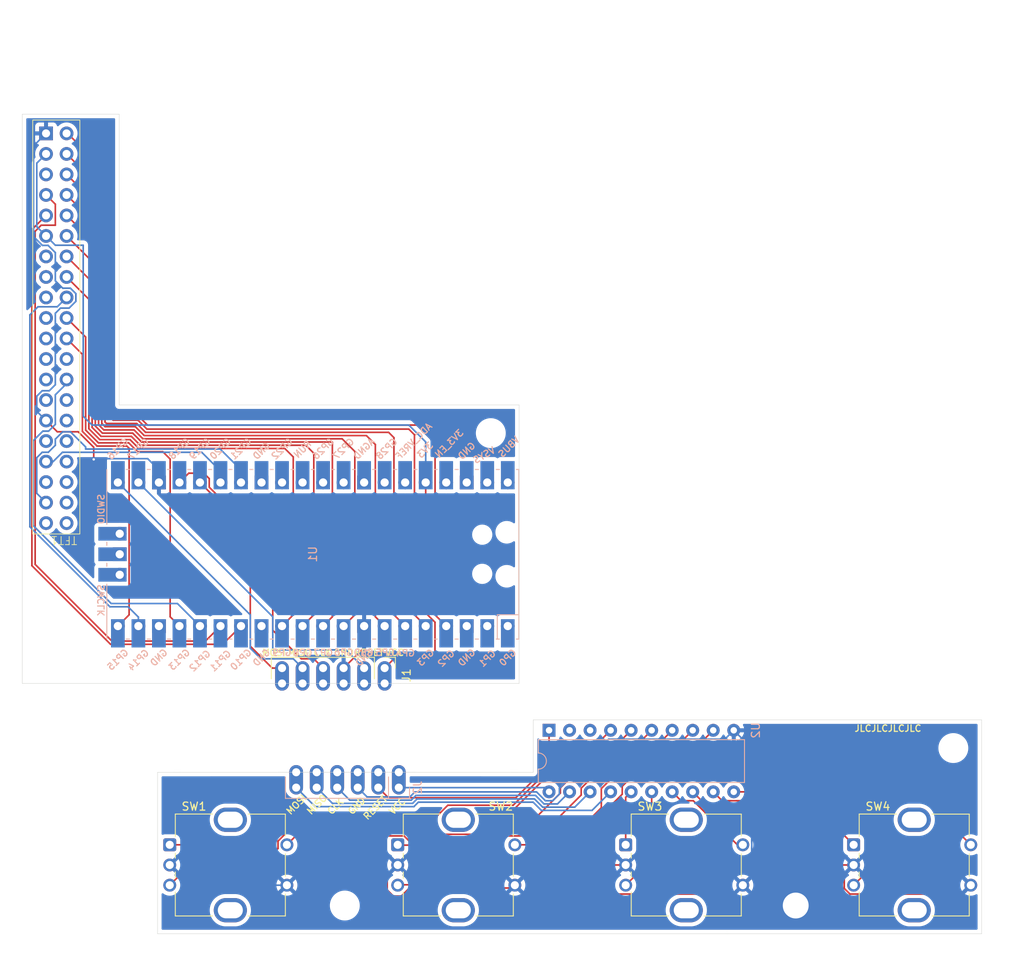
<source format=kicad_pcb>
(kicad_pcb (version 20240108) (generator "pcbnew") (generator_version "8.0")
  (title_block (title "FakeDeck - StreamDeck+") (company "syuchan1005"))
  (layers (0 "F.Cu" signal) (31 "B.Cu" signal) (34 "B.Paste" user) (35 "F.Paste" user) (36 "B.SilkS" user "B.Silkscreen") (37 "F.SilkS" user "F.Silkscreen") (38 "B.Mask" user) (39 "F.Mask" user) (44 "Edge.Cuts" user))
  (net 0 "")
  (net 1 "/AT_RESET")
  (net 2 "/AT_MISO")
  (net 3 "/AT_CLK")
  (net 4 "/AT_MOSI")
  (net 5 "/RE1_A")
  (net 6 "/RE1_B")
  (net 7 "/RE1_S")
  (net 8 "/RE2_A")
  (net 9 "/RE2_S")
  (net 10 "/RE2_B")
  (net 11 "/RE3_A")
  (net 12 "/RE3_S")
  (net 14 "/RE3_B")
  (net 16 "/RE4_S")
  (net 17 "/RE4_B")
  (net 23 "/RE4_A")
  (net 24 "TFT_DB1")
  (net 28 "TFT_DB7")
  (net 32 "TFT_DB6")
  (net 33 "TFT_T_CS")
  (net 35 "TFT_CS")
  (net 36 "TFT_DB5")
  (net 38 "TFT_DB3")
  (net 41 "TFT_DB0")
  (net 42 "TFT_WR")
  (net 43 "TFT_DB2")
  (net 45 "TFT_T_CLK")
  (net 46 "TFT_RD")
  (net 49 "TFT_LED")
  (net 50 "TFT_DB4")
  (net 52 "TFT_RESET")
  (net 53 "TFT_T_MOSI")
  (net 69 "TFT_DC")
  (net 70 "TFT_T_MISO")
  (footprint "Rotary_Encoder_C:3D_RotaryEncoder_Bourns_Vertical_PEC12R-3x17F-Sxxxx" (layer "F.Cu") (at 119.51 141.48)
    (property "Reference" "SW1")
    (property "Value" "RotaryEncoder_Switch" (hide yes))
  )
  (footprint "Rotary_Encoder_C:3D_RotaryEncoder_Bourns_Vertical_PEC12R-3x17F-Sxxxx" (layer "F.Cu") (at 204.16 141.48)
    (property "Reference" "SW4")
    (property "Value" "RotaryEncoder_Switch" (hide yes))
  )
  (footprint "MountingHole:MountingHole_3.2mm_M3" (layer "F.Cu") (at 159.25 90.5)
    (property "Reference" "REF**" (hide yes))
    (property "Value" "MountingHole_3.2mm_M3" (hide yes))
  )
  (footprint "MountingHole:MountingHole_3.2mm_M3" (layer "F.Cu") (at 104.96 116.51)
    (property "Reference" "REF**" (hide yes))
    (property "Value" "MountingHole_3.2mm_M3" (hide yes))
  )
  (footprint "MountingHole:MountingHole_3.2mm_M3" (layer "F.Cu") (at 216.5 129.5)
    (property "Reference" "REF**" (hide yes))
    (property "Value" "MountingHole_3.2mm_M3" (hide yes))
  )
  (footprint "Connector_Pin_2.54mm_Castellated:PinHeader_Castellated_1x06_P2.54mm_Vertical" (layer "F.Cu") (at 146.11 119.595 -90)
    (property "Reference" "J1")
    (property "Value" "Conn_01x06_Pin" (hide yes))
    (fp_line (start 1.905 0) (end 1.905 14.605) (stroke (width 0.05)) (layer "Edge.Cuts"))
    (fp_line (start 1.905 0) (end 1.905 -1.905) (stroke (width 0.05)) (layer "Edge.Cuts"))
  )
  (footprint "Rotary_Encoder_C:3D_RotaryEncoder_Bourns_Vertical_PEC12R-3x17F-Sxxxx" (layer "F.Cu") (at 175.943332 141.48)
    (property "Reference" "SW3")
    (property "Value" "RotaryEncoder_Switch" (hide yes))
  )
  (footprint "MountingHole:MountingHole_3.2mm_M3" (layer "F.Cu") (at 141.18 149)
    (property "Reference" "REF**" (hide yes))
    (property "Value" "MountingHole_3.2mm_M3" (hide yes))
  )
  (footprint "Rotary_Encoder_C:3D_RotaryEncoder_Bourns_Vertical_PEC12R-3x17F-Sxxxx" (layer "F.Cu") (at 147.726666 141.48)
    (property "Reference" "SW2")
    (property "Value" "RotaryEncoder_Switch" (hide yes))
  )
  (footprint "MountingHole:MountingHole_3.2mm_M3" (layer "F.Cu") (at 196.989998 149)
    (property "Reference" "REF**" (hide yes))
    (property "Value" "MountingHole_3.2mm_M3" (hide yes))
  )
  (footprint "TFT:JC8048M050R_PinHeader" (layer "F.Cu") (at 104.2 53.38 180)
    (property "Reference" "TFT1")
    (property "Value" "JC8048M050R" (hide yes))
  )
  (footprint "Connector_Pin_2.54mm_Castellated:PinHeader_Castellated_1x06_P2.54mm_Vertical" (layer "B.Cu") (at 147.86 134.4 90)
    (property "Reference" "J2")
    (property "Value" "Conn_01x06_Pin")
    (fp_line (start 1.905 -14.605) (end 1.905 0) (stroke (width 0.05)) (layer "Edge.Cuts"))
    (fp_line (start 1.905 1.905) (end 1.905 0) (stroke (width 0.05)) (layer "Edge.Cuts"))
  )
  (footprint "Package_DIP:DIP-20_W7.62mm" (layer "B.Cu") (at 166.46 127.3 -90)
    (property "Reference" "U2")
    (property "Value" "ATtiny2313-20P" (hide yes))
  )
  (footprint "MCU_RaspberryPi_and_Boards:RPi_Pico_SMD_TH" (layer "B.Cu") (at 137.22 105.5 90)
    (property "Reference" "U1")
    (property "Value" "Pico")
  )
  (gr_line (start 101.25 121.5) (end 131.505 121.5) (stroke (width 0.05)) (layer "Edge.Cuts"))
  (gr_line (start 164.5 126) (end 220 126) (stroke (width 0.05)) (layer "Edge.Cuts"))
  (gr_line (start 133.255 132.495) (end 118 132.5) (stroke (width 0.05)) (layer "Edge.Cuts"))
  (gr_line (start 149.765 132.495) (end 164.5 132.5) (stroke (width 0.05)) (layer "Edge.Cuts"))
  (gr_line (start 188.5 152.5) (end 220 152.5) (stroke (width 0.05)) (layer "Edge.Cuts"))
  (gr_line (start 188.5 152.5) (end 118 152.5) (stroke (width 0.05)) (layer "Edge.Cuts"))
  (gr_line (start 101.25 121.5) (end 101.25 51) (stroke (width 0.05)) (layer "Edge.Cuts"))
  (gr_line (start 118 152.5) (end 118 132.5) (stroke (width 0.05)) (layer "Edge.Cuts"))
  (gr_line (start 162.75 87) (end 113.25 87) (stroke (width 0.05)) (layer "Edge.Cuts"))
  (gr_line (start 113.25 87) (end 113.25 51) (stroke (width 0.05)) (layer "Edge.Cuts"))
  (gr_line (start 220 152.5) (end 220 126) (stroke (width 0.05)) (layer "Edge.Cuts"))
  (gr_line (start 164.5 132.5) (end 164.5 132) (stroke (width 0.05)) (layer "Edge.Cuts"))
  (gr_line (start 113.25 51) (end 101.25 51) (stroke (width 0.05)) (layer "Edge.Cuts"))
  (gr_line (start 164.5 126) (end 164.5 132) (stroke (width 0.05)) (layer "Edge.Cuts"))
  (gr_line (start 148.015 121.5) (end 162.75 121.5) (stroke (width 0.05)) (layer "Edge.Cuts"))
  (gr_line (start 162.75 121.5) (end 162.75 87) (stroke (width 0.05)) (layer "Edge.Cuts"))
  (gr_text "MISO" (at 134.045 118.15 0) (layer "F.SilkS") (effects (font (size 0.8 0.8) (thickness 0.15) (bold yes)) (justify left bottom)))
  (gr_text "JLCJLCJLCJLC" (at 204.195 127.535 0) (layer "F.SilkS") (effects (font (size 0.8 0.8) (thickness 0.15) (bold yes)) (justify left bottom)))
  (gr_text "MOSI" (at 130.87 118.15 0) (layer "F.SilkS") (effects (font (size 0.8 0.8) (thickness 0.15) (bold yes)) (justify left bottom)))
  (gr_text "VCC" (at 146.11 118.15 0) (layer "F.SilkS") (effects (font (size 0.8 0.8) (thickness 0.15) (bold yes)) (justify left bottom)))
  (gr_text "CLK" (at 137.22 118.15 0) (layer "F.SilkS") (effects (font (size 0.8 0.8) (thickness 0.15) (bold yes)) (justify left bottom)))
  (gr_text "RESET" (at 142.3 118.15 0) (layer "F.SilkS") (effects (font (size 0.8 0.8) (thickness 0.15) (bold yes)) (justify left bottom)))
  (gr_text "RESET" (at 143.96 138.565 45) (layer "F.SilkS") (effects (font (size 0.8 0.8) (thickness 0.15) (bold yes)) (justify left bottom)))
  (gr_text "MISO" (at 136.975 137.93 45) (layer "F.SilkS") (effects (font (size 0.8 0.8) (thickness 0.15) (bold yes)) (justify left bottom)))
  (gr_text "GND" (at 139.76 118.15 0) (layer "F.SilkS") (effects (font (size 0.8 0.8) (thickness 0.15) (bold yes)) (justify left bottom)))
  (gr_text "GND" (at 142.055 137.93 45) (layer "F.SilkS") (effects (font (size 0.8 0.8) (thickness 0.15) (bold yes)) (justify left bottom)))
  (gr_text "VCC" (at 147.135 137.93 45) (layer "F.SilkS") (effects (font (size 0.8 0.8) (thickness 0.15) (bold yes)) (justify left bottom)))
  (gr_text "MOSI" (at 134.435 137.93 45) (layer "F.SilkS") (effects (font (size 0.8 0.8) (thickness 0.15) (bold yes)) (justify left bottom)))
  (gr_text "CLK" (at 139.515 137.93 45) (layer "F.SilkS") (effects (font (size 0.8 0.8) (thickness 0.15) (bold yes)) (justify left bottom)))
  (segment (start 166.46 127.3) (end 166.46 131.54) (width 0.2) (layer "F.Cu") (net 1))
  (segment (start 166.46 131.54) (end 162.35 135.65) (width 0.2) (layer "F.Cu") (net 1))
  (segment (start 162.35 135.65) (end 146.57 135.65) (width 0.2) (layer "F.Cu") (net 1))
  (segment (start 146.57 135.65) (end 145.32 134.4) (width 0.2) (layer "F.Cu") (net 1))
  (segment (start 132.26 113.24) (end 132.26 117.34) (width 0.2) (layer "B.Cu") (net 1))
  (segment (start 115.63 96.61) (end 132.26 113.24) (width 0.2) (layer "B.Cu") (net 1))
  (segment (start 132.26 117.34) (end 141.315 117.34) (width 0.2) (layer "B.Cu") (net 1))
  (segment (start 141.315 117.34) (end 143.57 119.595) (width 0.2) (layer "B.Cu") (net 1))
  (segment (start 165.672993 136.82) (end 169.64 136.82) (width 0.2) (layer "B.Cu") (net 2))
  (segment (start 139.65 136.35) (end 149.567718 136.35) (width 0.2) (layer "B.Cu") (net 2))
  (segment (start 164.652993 135.8) (end 165.672993 136.82) (width 0.2) (layer "B.Cu") (net 2))
  (segment (start 130.795 118.445) (end 134.8 118.445) (width 0.2) (layer "B.Cu") (net 2))
  (segment (start 150.117718 135.8) (end 164.652993 135.8) (width 0.2) (layer "B.Cu") (net 2))
  (segment (start 129.48 117.13) (end 130.795 118.445) (width 0.2) (layer "B.Cu") (net 2))
  (segment (start 149.567718 136.35) (end 150.117718 135.8) (width 0.2) (layer "B.Cu") (net 2))
  (segment (start 137.7 134.4) (end 139.65 136.35) (width 0.2) (layer "B.Cu") (net 2))
  (segment (start 134.8 118.445) (end 135.95 119.595) (width 0.2) (layer "B.Cu") (net 2))
  (segment (start 113.09 96.61) (end 129.48 113) (width 0.2) (layer "B.Cu") (net 2))
  (segment (start 169.64 136.82) (end 171.54 134.92) (width 0.2) (layer "B.Cu") (net 2))
  (segment (start 129.48 113) (end 129.48 117.13) (width 0.2) (layer "B.Cu") (net 2))
  (segment (start 123.726346 95.46) (end 124.4 96.133654) (width 0.2) (layer "F.Cu") (net 3))
  (segment (start 121.86 95.46) (end 123.726346 95.46) (width 0.2) (layer "F.Cu") (net 3))
  (segment (start 124.4 97.194314) (end 132.26 105.054314) (width 0.2) (layer "F.Cu") (net 3))
  (segment (start 120.71 96.61) (end 121.86 95.46) (width 0.2) (layer "F.Cu") (net 3))
  (segment (start 135.795 118.445) (end 137.34 118.445) (width 0.2) (layer "F.Cu") (net 3))
  (segment (start 132.26 105.054314) (end 132.26 114.91) (width 0.2) (layer "F.Cu") (net 3))
  (segment (start 137.34 118.445) (end 138.49 119.595) (width 0.2) (layer "F.Cu") (net 3))
  (segment (start 132.26 114.91) (end 135.795 118.445) (width 0.2) (layer "F.Cu") (net 3))
  (segment (start 124.4 96.133654) (end 124.4 97.194314) (width 0.2) (layer "F.Cu") (net 3))
  (segment (start 167.5 136.42) (end 169 134.92) (width 0.2) (layer "B.Cu") (net 3))
  (segment (start 165.838679 136.42) (end 167.5 136.42) (width 0.2) (layer "B.Cu") (net 3))
  (segment (start 149.402032 135.95) (end 149.992032 135.36) (width 0.2) (layer "B.Cu") (net 3))
  (segment (start 149.992032 135.36) (end 164.778679 135.36) (width 0.2) (layer "B.Cu") (net 3))
  (segment (start 141.79 135.95) (end 149.402032 135.95) (width 0.2) (layer "B.Cu") (net 3))
  (segment (start 164.778679 135.36) (end 165.838679 136.42) (width 0.2) (layer "B.Cu") (net 3))
  (segment (start 140.24 134.4) (end 141.79 135.95) (width 0.2) (layer "B.Cu") (net 3))
  (segment (start 129.48 102.84) (end 129.48 116.88) (width 0.2) (layer "F.Cu") (net 4))
  (segment (start 123.25 96.61) (end 129.48 102.84) (width 0.2) (layer "F.Cu") (net 4))
  (segment (start 129.48 116.88) (end 132.195 119.595) (width 0.2) (layer "F.Cu") (net 4))
  (segment (start 132.195 119.595) (end 133.41 119.595) (width 0.2) (layer "F.Cu") (net 4))
  (segment (start 137.51 136.75) (end 149.733404 136.75) (width 0.2) (layer "B.Cu") (net 4))
  (segment (start 149.733404 136.75) (end 150.283404 136.2) (width 0.2) (layer "B.Cu") (net 4))
  (segment (start 164.487307 136.2) (end 165.507307 137.22) (width 0.2) (layer "B.Cu") (net 4))
  (segment (start 135.16 134.4) (end 137.51 136.75) (width 0.2) (layer "B.Cu") (net 4))
  (segment (start 171.78 137.22) (end 174.08 134.92) (width 0.2) (layer "B.Cu") (net 4))
  (segment (start 150.283404 136.2) (end 164.487307 136.2) (width 0.2) (layer "B.Cu") (net 4))
  (segment (start 165.507307 137.22) (end 171.78 137.22) (width 0.2) (layer "B.Cu") (net 4))
  (segment (start 119.51 141.48) (end 131.888679 141.48) (width 0.2) (layer "F.Cu") (net 5))
  (segment (start 131.888679 141.48) (end 133.918679 139.45) (width 0.2) (layer "F.Cu") (net 5))
  (segment (start 167.97 130.63) (end 170.75 130.63) (width 0.2) (layer "F.Cu") (net 5))
  (segment (start 151.061082 139.45) (end 153.931082 136.58) (width 0.2) (layer "F.Cu") (net 5))
  (segment (start 162.02 136.58) (end 167.97 130.63) (width 0.2) (layer "F.Cu") (net 5))
  (segment (start 170.75 130.63) (end 174.08 127.3) (width 0.2) (layer "F.Cu") (net 5))
  (segment (start 153.931082 136.58) (end 162.02 136.58) (width 0.2) (layer "F.Cu") (net 5))
  (segment (start 133.918679 139.45) (end 151.061082 139.45) (width 0.2) (layer "F.Cu") (net 5))
  (segment (start 132.91 141.935635) (end 132.585635 142.26) (width 0.2) (layer "F.Cu") (net 6))
  (segment (start 133.954365 139.98) (end 132.91 141.024365) (width 0.2) (layer "F.Cu") (net 6))
  (segment (start 151.491082 139.98) (end 133.954365 139.98) (width 0.2) (layer "F.Cu") (net 6))
  (segment (start 168 131.2) (end 160.09 139.11) (width 0.2) (layer "F.Cu") (net 6))
  (segment (start 176.62 127.3) (end 172.72 131.2) (width 0.2) (layer "F.Cu") (net 6))
  (segment (start 160.09 139.11) (end 160.032942 139.11) (width 0.2) (layer "F.Cu") (net 6))
  (segment (start 132.585635 142.26) (end 123.73 142.26) (width 0.2) (layer "F.Cu") (net 6))
  (segment (start 172.72 131.2) (end 168 131.2) (width 0.2) (layer "F.Cu") (net 6))
  (segment (start 158.962942 140.18) (end 151.691082 140.18) (width 0.2) (layer "F.Cu") (net 6))
  (segment (start 123.73 142.26) (end 119.51 146.48) (width 0.2) (layer "F.Cu") (net 6))
  (segment (start 132.91 141.024365) (end 132.91 141.935635) (width 0.2) (layer "F.Cu") (net 6))
  (segment (start 160.032942 139.11) (end 158.962942 140.18) (width 0.2) (layer "F.Cu") (net 6))
  (segment (start 151.691082 140.18) (end 151.491082 139.98) (width 0.2) (layer "F.Cu") (net 6))
  (segment (start 170.69 131.6) (end 174.86 131.6) (width 0.2) (layer "F.Cu") (net 7))
  (segment (start 167.86 135.075635) (end 167.86 134.43) (width 0.2) (layer "F.Cu") (net 7))
  (segment (start 167.86 134.43) (end 170.69 131.6) (width 0.2) (layer "F.Cu") (net 7))
  (segment (start 163.425635 139.51) (end 167.86 135.075635) (width 0.2) (layer "F.Cu") (net 7))
  (segment (start 174.86 131.6) (end 179.16 127.3) (width 0.2) (layer "F.Cu") (net 7))
  (segment (start 158.748628 140.96) (end 160.198628 139.51) (width 0.2) (layer "F.Cu") (net 7))
  (segment (start 149.09141 140.96) (end 158.748628 140.96) (width 0.2) (layer "F.Cu") (net 7))
  (segment (start 134.01 141.48) (end 135.11 140.38) (width 0.2) (layer "F.Cu") (net 7))
  (segment (start 135.11 140.38) (end 148.51141 140.38) (width 0.2) (layer "F.Cu") (net 7))
  (segment (start 148.51141 140.38) (end 149.09141 140.96) (width 0.2) (layer "F.Cu") (net 7))
  (segment (start 160.198628 139.51) (end 163.425635 139.51) (width 0.2) (layer "F.Cu") (net 7))
  (segment (start 170.44 134.464365) (end 172.794365 132.11) (width 0.2) (layer "F.Cu") (net 8))
  (segment (start 158.754314 141.52) (end 160.364314 139.91) (width 0.2) (layer "F.Cu") (net 8))
  (segment (start 147.726666 141.48) (end 147.766666 141.52) (width 0.2) (layer "F.Cu") (net 8))
  (segment (start 172.794365 132.11) (end 176.89 132.11) (width 0.2) (layer "F.Cu") (net 8))
  (segment (start 147.766666 141.52) (end 158.754314 141.52) (width 0.2) (layer "F.Cu") (net 8))
  (segment (start 160.364314 139.91) (end 165.84 139.91) (width 0.2) (layer "F.Cu") (net 8))
  (segment (start 176.89 132.11) (end 181.7 127.3) (width 0.2) (layer "F.Cu") (net 8))
  (segment (start 165.84 139.91) (end 170.44 135.31) (width 0.2) (layer "F.Cu") (net 8))
  (segment (start 170.44 135.31) (end 170.44 134.464365) (width 0.2) (layer "F.Cu") (net 8))
  (segment (start 175.52 134.23) (end 176.46 133.29) (width 0.2) (layer "F.Cu") (net 9))
  (segment (start 162.226666 141.48) (end 169.25 141.48) (width 0.2) (layer "F.Cu") (net 9))
  (segment (start 180.79 133.29) (end 186.78 127.3) (width 0.2) (layer "F.Cu") (net 9))
  (segment (start 176.46 133.29) (end 180.79 133.29) (width 0.2) (layer "F.Cu") (net 9))
  (segment (start 175.52 135.21) (end 175.52 134.23) (width 0.2) (layer "F.Cu") (net 9))
  (segment (start 169.25 141.48) (end 175.52 135.21) (width 0.2) (layer "F.Cu") (net 9))
  (segment (start 172.93 136.89) (end 169.44 140.38) (width 0.2) (layer "F.Cu") (net 10))
  (segment (start 154.41 146.43) (end 147.776666 146.43) (width 0.2) (layer "F.Cu") (net 10))
  (segment (start 184.24 127.3) (end 178.89 132.65) (width 0.2) (layer "F.Cu") (net 10))
  (segment (start 147.776666 146.43) (end 147.726666 146.48) (width 0.2) (layer "F.Cu") (net 10))
  (segment (start 169.44 140.38) (end 160.46 140.38) (width 0.2) (layer "F.Cu") (net 10))
  (segment (start 172.93 134.514365) (end 172.93 136.89) (width 0.2) (layer "F.Cu") (net 10))
  (segment (start 178.89 132.65) (end 174.794365 132.65) (width 0.2) (layer "F.Cu") (net 10))
  (segment (start 174.794365 132.65) (end 172.93 134.514365) (width 0.2) (layer "F.Cu") (net 10))
  (segment (start 160.46 140.38) (end 154.41 146.43) (width 0.2) (layer "F.Cu") (net 10))
  (segment (start 175.943332 135.596668) (end 176.62 134.92) (width 0.2) (layer "F.Cu") (net 11))
  (segment (start 175.943332 141.48) (end 175.943332 135.596668) (width 0.2) (layer "F.Cu") (net 11))
  (segment (start 182.8 136.02) (end 181.7 134.92) (width 0.2) (layer "F.Cu") (net 12))
  (segment (start 190.443332 141.48) (end 189.77 141.48) (width 0.2) (layer "F.Cu") (net 12))
  (segment (start 184.31 136.02) (end 182.8 136.02) (width 0.2) (layer "F.Cu") (net 12))
  (segment (start 189.77 141.48) (end 184.31 136.02) (width 0.2) (layer "F.Cu") (net 12))
  (segment (start 179.16 143.263332) (end 179.16 134.92) (width 0.2) (layer "F.Cu") (net 14))
  (segment (start 175.943332 146.48) (end 179.16 143.263332) (width 0.2) (layer "F.Cu") (net 14))
  (segment (start 218.66 141.48) (end 212.1 134.92) (width 0.2) (layer "F.Cu") (net 16))
  (segment (start 212.1 134.92) (end 189.32 134.92) (width 0.2) (layer "F.Cu") (net 16))
  (segment (start 205.85 144.79) (end 205.85 140.37) (width 0.2) (layer "F.Cu") (net 17))
  (segment (start 205.85 140.37) (end 201.5 136.02) (width 0.2) (layer "F.Cu") (net 17))
  (segment (start 187.88 136.02) (end 186.78 134.92) (width 0.2) (layer "F.Cu") (net 17))
  (segment (start 201.5 136.02) (end 187.88 136.02) (width 0.2) (layer "F.Cu") (net 17))
  (segment (start 204.16 146.48) (end 205.85 144.79) (width 0.2) (layer "F.Cu") (net 17))
  (segment (start 186.08 136.76) (end 184.24 134.92) (width 0.2) (layer "F.Cu") (net 23))
  (segment (start 199.44 136.76) (end 186.08 136.76) (width 0.2) (layer "F.Cu") (net 23))
  (segment (start 204.16 141.48) (end 199.44 136.76) (width 0.2) (layer "F.Cu") (net 23))
  (segment (start 149.8 113) (end 151.19 114.39) (width 0.2) (layer "F.Cu") (net 24))
  (segment (start 115.585786 88.9) (end 115.8201 89.134315) (width 0.2) (layer "F.Cu") (net 24))
  (segment (start 149.8 90.7) (end 149.8 113) (width 0.2) (layer "F.Cu") (net 24))
  (segment (start 111.9 88.3) (end 112.5 88.9) (width 0.2) (layer "F.Cu") (net 24))
  (segment (start 149.1 90) (end 149.8 90.7) (width 0.2) (layer "F.Cu") (net 24))
  (segment (start 106.74 55.92) (end 111.9 61.08) (width 0.2) (layer "F.Cu") (net 24))
  (segment (start 111.9 61.08) (end 111.9 88.3) (width 0.2) (layer "F.Cu") (net 24))
  (segment (start 112.5 88.9) (end 115.585786 88.9) (width 0.2) (layer "F.Cu") (net 24))
  (segment (start 116.685786 90) (end 149.1 90) (width 0.2) (layer "F.Cu") (net 24))
  (segment (start 115.8201 89.134315) (end 116.685786 90) (width 0.2) (layer "F.Cu") (net 24))
  (segment (start 106.74 71.16) (end 109.5 73.92) (width 0.2) (layer "F.Cu") (net 28))
  (segment (start 109.5 89.952942) (end 110.847058 91.3) (width 0.2) (layer "F.Cu") (net 28))
  (segment (start 133.75 92.4) (end 134.8 93.45) (width 0.2) (layer "F.Cu") (net 28))
  (segment (start 134.8 93.45) (end 134.8 113) (width 0.2) (layer "F.Cu") (net 28))
  (segment (start 133.41 113.81) (end 133.41 114.39) (width 0.2) (layer "F.Cu") (net 28))
  (segment (start 115.69167 92.4) (end 133.75 92.4) (width 0.2) (layer "F.Cu") (net 28))
  (segment (start 134.8 113) (end 133.41 114.39) (width 0.2) (layer "F.Cu") (net 28))
  (segment (start 110.847058 91.3) (end 114.59167 91.3) (width 0.2) (layer "F.Cu") (net 28))
  (segment (start 114.59167 91.3) (end 114.825984 91.534315) (width 0.2) (layer "F.Cu") (net 28))
  (segment (start 109.5 73.92) (end 109.5 89.952942) (width 0.2) (layer "F.Cu") (net 28))
  (segment (start 114.825984 91.534315) (end 115.69167 92.4) (width 0.2) (layer "F.Cu") (net 28))
  (segment (start 137.34 92.99) (end 137.34 113) (width 0.2) (layer "F.Cu") (net 32))
  (segment (start 136.35 92) (end 137.34 92.99) (width 0.2) (layer "F.Cu") (net 32))
  (segment (start 109.9 71.78) (end 109.9 89.787256) (width 0.2) (layer "F.Cu") (net 32))
  (segment (start 115.857356 92) (end 136.35 92) (width 0.2) (layer "F.Cu") (net 32))
  (segment (start 106.74 68.62) (end 109.9 71.78) (width 0.2) (layer "F.Cu") (net 32))
  (segment (start 109.9 89.787256) (end 111.012744 90.9) (width 0.2) (layer "F.Cu") (net 32))
  (segment (start 111.012744 90.9) (end 114.757356 90.9) (width 0.2) (layer "F.Cu") (net 32))
  (segment (start 114.757356 90.9) (end 115.857356 92) (width 0.2) (layer "F.Cu") (net 32))
  (segment (start 137.34 113) (end 135.95 114.39) (width 0.2) (layer "F.Cu") (net 32))
  (segment (start 115.525984 92.8) (end 118.65 92.8) (width 0.2) (layer "F.Cu") (net 33))
  (segment (start 114.425984 91.7) (end 115.525984 92.8) (width 0.2) (layer "F.Cu") (net 33))
  (segment (start 119.56 113.24) (end 120.71 114.39) (width 0.2) (layer "F.Cu") (net 33))
  (segment (start 109.1 78.6) (end 109.1 90.118628) (width 0.2) (layer "F.Cu") (net 33))
  (segment (start 110.681372 91.7) (end 114.425984 91.7) (width 0.2) (layer "F.Cu") (net 33))
  (segment (start 109.1 90.118628) (end 110.681372 91.7) (width 0.2) (layer "F.Cu") (net 33))
  (segment (start 119.56 93.71) (end 119.56 113.24) (width 0.2) (layer "F.Cu") (net 33))
  (segment (start 106.74 76.24) (end 109.1 78.6) (width 0.2) (layer "F.Cu") (net 33))
  (segment (start 118.65 92.8) (end 119.56 93.71) (width 0.2) (layer "F.Cu") (net 33))
  (segment (start 163.326666 147.58) (end 189.343332 147.58) (width 0.2) (layer "F.Cu") (net 35))
  (segment (start 110.1 92.25) (end 110.1 93.75) (width 0.2) (layer "F.Cu") (net 35))
  (segment (start 162.226666 146.48) (end 161.876666 146.83) (width 0.2) (layer "F.Cu") (net 35))
  (segment (start 147.18 147.82) (end 146.43 147.07) (width 0.2) (layer "F.Cu") (net 35))
  (segment (start 218.66 146.48) (end 217.56 147.58) (width 0.2) (layer "F.Cu") (net 35))
  (segment (start 192.943332 143.98) (end 190.443332 146.48) (width 0.2) (layer "F.Cu") (net 35))
  (segment (start 175.943332 143.98) (end 164.726666 143.98) (width 0.2) (layer "F.Cu") (net 35))
  (segment (start 104.2 88.94) (end 105.59 90.33) (width 0.2) (layer "F.Cu") (net 35))
  (segment (start 149.17 146.83) (end 148.18 147.82) (width 0.2) (layer "F.Cu") (net 35))
  (segment (start 189.343332 147.58) (end 190.443332 146.48) (width 0.2) (layer "F.Cu") (net 35))
  (segment (start 217.56 147.58) (end 203.704365 147.58) (width 0.2) (layer "F.Cu") (net 35))
  (segment (start 204.16 143.98) (end 192.943332 143.98) (width 0.2) (layer "F.Cu") (net 35))
  (segment (start 203.704365 147.58) (end 203 146.875635) (width 0.2) (layer "F.Cu") (net 35))
  (segment (start 161.876666 146.83) (end 149.17 146.83) (width 0.2) (layer "F.Cu") (net 35))
  (segment (start 148.18 147.82) (end 147.18 147.82) (width 0.2) (layer "F.Cu") (net 35))
  (segment (start 143.57 114.39) (end 143.57 117.055) (width 0.2) (layer "F.Cu") (net 35))
  (segment (start 146.43 147.07) (end 146.43 145.276666) (width 0.2) (layer "F.Cu") (net 35))
  (segment (start 162.226666 146.48) (end 163.326666 147.58) (width 0.2) (layer "F.Cu") (net 35))
  (segment (start 147.726666 143.98) (end 146.316666 142.57) (width 0.2) (layer "F.Cu") (net 35))
  (segment (start 105.59 90.33) (end 108.18 90.33) (width 0.2) (layer "F.Cu") (net 35))
  (segment (start 108.18 90.33) (end 110.1 92.25) (width 0.2) (layer "F.Cu") (net 35))
  (segment (start 203 146.875635) (end 203 145.14) (width 0.2) (layer "F.Cu") (net 35))
  (segment (start 164.726666 143.98) (end 162.226666 146.48) (width 0.2) (layer "F.Cu") (net 35))
  (segment (start 203 145.14) (end 204.16 143.98) (width 0.2) (layer "F.Cu") (net 35))
  (segment (start 137.92 142.57) (end 134.01 146.48) (width 0.2) (layer "F.Cu") (net 35))
  (segment (start 143.57 117.055) (end 141.03 119.595) (width 0.2) (layer "F.Cu") (net 35))
  (segment (start 146.316666 142.57) (end 137.92 142.57) (width 0.2) (layer "F.Cu") (net 35))
  (segment (start 146.43 145.276666) (end 147.726666 143.98) (width 0.2) (layer "F.Cu") (net 35))
  (via (at 110.1 93.75) (size 0.6) (drill 0.3) (layers "F.Cu" "B.Cu") (net 35))
  (segment (start 167.74 135.195635) (end 167.74 134.49) (width 0.2) (layer "B.Cu") (net 35))
  (segment (start 105.35 71.636346) (end 106.263654 72.55) (width 0.2) (layer "B.Cu") (net 35))
  (segment (start 143.93 135.55) (end 149.236346 135.55) (width 0.2) (layer "B.Cu") (net 35))
  (segment (start 191.543332 129.523332) (end 189.32 127.3) (width 0.2) (layer "B.Cu") (net 35))
  (segment (start 166.004365 136.02) (end 166.915635 136.02) (width 0.2) (layer "B.Cu") (net 35))
  (segment (start 164.914365 134.93) (end 166.004365 136.02) (width 0.2) (layer "B.Cu") (net 35))
  (segment (start 149.856346 134.93) (end 164.914365 134.93) (width 0.2) (layer "B.Cu") (net 35))
  (segment (start 107.216346 72.55) (end 107.89 73.223654) (width 0.2) (layer "B.Cu") (net 35))
  (segment (start 191.543332 145.38) (end 191.543332 129.523332) (width 0.2) (layer "B.Cu") (net 35))
  (segment (start 105.35 75.655685) (end 105.35 84.5) (width 0.2) (layer "B.Cu") (net 35))
  (segment (start 103.743654 67.25) (end 104.456346 67.25) (width 0.2) (layer "B.Cu") (net 35))
  (segment (start 107.050661 75.015685) (end 105.99 75.015685) (width 0.2) (layer "B.Cu") (net 35))
  (segment (start 134.01 146.48) (end 122.01 146.48) (width 0.2) (layer "B.Cu") (net 35))
  (segment (start 122.01 146.48) (end 119.51 143.98) (width 0.2) (layer "B.Cu") (net 35))
  (segment (start 106.263654 72.55) (end 107.216346 72.55) (width 0.2) (layer "B.Cu") (net 35))
  (segment (start 107.89 73.223654) (end 107.89 74.176346) (width 0.2) (layer "B.Cu") (net 35))
  (segment (start 103.05 85.923654) (end 103.05 87.79) (width 0.2) (layer "B.Cu") (net 35))
  (segment (start 173.83 128.4) (end 188.22 128.4) (width 0.2) (layer "B.Cu") (net 35))
  (segment (start 105.35 68.143654) (end 105.35 71.636346) (width 0.2) (layer "B.Cu") (net 35))
  (segment (start 149.236346 135.55) (end 149.856346 134.93) (width 0.2) (layer "B.Cu") (net 35))
  (segment (start 104.2 53.38) (end 102.65 54.93) (width 0.2) (layer "B.Cu") (net 35))
  (segment (start 104.6 85.25) (end 103.723654 85.25) (width 0.2) (layer "B.Cu") (net 35))
  (segment (start 190.443332 146.48) (end 191.543332 145.38) (width 0.2) (layer "B.Cu") (net 35))
  (segment (start 142.78 134.4) (end 143.93 135.55) (width 0.2) (layer "B.Cu") (net 35))
  (segment (start 166.915635 136.02) (end 167.74 135.195635) (width 0.2) (layer "B.Cu") (net 35))
  (segment (start 102.65 54.93) (end 102.65 66.156346) (width 0.2) (layer "B.Cu") (net 35))
  (segment (start 105.99 75.015685) (end 105.35 75.655685) (width 0.2) (layer "B.Cu") (net 35))
  (segment (start 110.19 93.66) (end 116.78 93.66) (width 0.2) (layer "B.Cu") (net 35))
  (segment (start 118.17 95.05) (end 118.17 96.61) (width 0.2) (layer "B.Cu") (net 35))
  (segment (start 188.22 128.4) (end 189.32 127.3) (width 0.2) (layer "B.Cu") (net 35))
  (segment (start 104.456346 67.25) (end 105.35 68.143654) (width 0.2) (layer "B.Cu") (net 35))
  (segment (start 105.35 84.5) (end 104.6 85.25) (width 0.2) (layer "B.Cu") (net 35))
  (segment (start 103.723654 85.25) (end 103.05 85.923654) (width 0.2) (layer "B.Cu") (net 35))
  (segment (start 167.74 134.49) (end 173.83 128.4) (width 0.2) (layer "B.Cu") (net 35))
  (segment (start 116.78 93.66) (end 118.17 95.05) (width 0.2) (layer "B.Cu") (net 35))
  (segment (start 103.05 87.79) (end 104.2 88.94) (width 0.2) (layer "B.Cu") (net 35))
  (segment (start 107.89 74.176346) (end 107.050661 75.015685) (width 0.2) (layer "B.Cu") (net 35))
  (segment (start 110.1 93.75) (end 110.19 93.66) (width 0.2) (layer "B.Cu") (net 35))
  (segment (start 102.65 66.156346) (end 103.743654 67.25) (width 0.2) (layer "B.Cu") (net 35))
  (segment (start 139.64 113.24) (end 138.49 114.39) (width 0.2) (layer "F.Cu") (net 36))
  (segment (start 110.3 69.64) (end 110.3 89.62157) (width 0.2) (layer "F.Cu") (net 36))
  (segment (start 139.64 91.64) (end 139.64 113.24) (width 0.2) (layer "F.Cu") (net 36))
  (segment (start 106.74 66.08) (end 110.3 69.64) (width 0.2) (layer "F.Cu") (net 36))
  (segment (start 115.157356 90.734315) (end 116.023042 91.6) (width 0.2) (layer "F.Cu") (net 36))
  (segment (start 114.923042 90.5) (end 115.157356 90.734315) (width 0.2) (layer "F.Cu") (net 36))
  (segment (start 116.023042 91.6) (end 139.6 91.6) (width 0.2) (layer "F.Cu") (net 36))
  (segment (start 111.17843 90.5) (end 114.923042 90.5) (width 0.2) (layer "F.Cu") (net 36))
  (segment (start 110.3 89.62157) (end 111.17843 90.5) (width 0.2) (layer "F.Cu") (net 36))
  (segment (start 139.6 91.6) (end 139.64 91.64) (width 0.2) (layer "F.Cu") (net 36))
  (segment (start 144.96 113.24) (end 146.11 114.39) (width 0.2) (layer "F.Cu") (net 38))
  (segment (start 115.254414 89.7) (end 115.488728 89.934315) (width 0.2) (layer "F.Cu") (net 38))
  (segment (start 115.488728 89.934315) (end 116.354414 90.8) (width 0.2) (layer "F.Cu") (net 38))
  (segment (start 111.1 65.36) (end 111.1 89.290198) (width 0.2) (layer "F.Cu") (net 38))
  (segment (start 106.74 61) (end 111.1 65.36) (width 0.2) (layer "F.Cu") (net 38))
  (segment (start 111.509802 89.7) (end 115.254414 89.7) (width 0.2) (layer "F.Cu") (net 38))
  (segment (start 143.85 90.8) (end 144.96 91.91) (width 0.2) (layer "F.Cu") (net 38))
  (segment (start 111.1 89.290198) (end 111.509802 89.7) (width 0.2) (layer "F.Cu") (net 38))
  (segment (start 144.96 91.91) (end 144.96 113.24) (width 0.2) (layer "F.Cu") (net 38))
  (segment (start 116.354414 90.8) (end 143.85 90.8) (width 0.2) (layer "F.Cu") (net 38))
  (segment (start 112.3 58.82) (end 112.3 87.8) (width 0.2) (layer "F.Cu") (net 41))
  (segment (start 112.3 87.8) (end 113 88.5) (width 0.2) (layer "F.Cu") (net 41))
  (segment (start 152.35 113.01) (end 153.73 114.39) (width 0.2) (layer "F.Cu") (net 41))
  (segment (start 115.751472 88.5) (end 116.751472 89.5) (width 0.2) (layer "F.Cu") (net 41))
  (segment (start 116.751472 89.5) (end 150.1 89.5) (width 0.2) (layer "F.Cu") (net 41))
  (segment (start 152.35 91.75) (end 152.35 113.01) (width 0.2) (layer "F.Cu") (net 41))
  (segment (start 150.1 89.5) (end 152.35 91.75) (width 0.2) (layer "F.Cu") (net 41))
  (segment (start 113 88.5) (end 115.751472 88.5) (width 0.2) (layer "F.Cu") (net 41))
  (segment (start 106.86 53.38) (end 112.3 58.82) (width 0.2) (layer "F.Cu") (net 41))
  (segment (start 106.74 53.38) (end 106.86 53.38) (width 0.2) (layer "F.Cu") (net 41))
  (segment (start 112.184314 116.65) (end 126.07 116.65) (width 0.2) (layer "F.Cu") (net 42))
  (segment (start 102.45 65.29) (end 102.45 106.915686) (width 0.2) (layer "F.Cu") (net 42))
  (segment (start 104.2 63.54) (end 102.45 65.29) (width 0.2) (layer "F.Cu") (net 42))
  (segment (start 102.45 106.915686) (end 112.184314 116.65) (width 0.2) (layer "F.Cu") (net 42))
  (segment (start 126.07 116.65) (end 128.33 114.39) (width 0.2) (layer "F.Cu") (net 42))
  (segment (start 111.675488 89.3) (end 115.4201 89.3) (width 0.2) (layer "F.Cu") (net 43))
  (segment (start 147.26 113) (end 148.65 114.39) (width 0.2) (layer "F.Cu") (net 43))
  (segment (start 147.26 91.06) (end 147.26 113) (width 0.2) (layer "F.Cu") (net 43))
  (segment (start 111.5 63.22) (end 111.5 89.124512) (width 0.2) (layer "F.Cu") (net 43))
  (segment (start 146.6 90.4) (end 147.26 91.06) (width 0.2) (layer "F.Cu") (net 43))
  (segment (start 111.5 89.124512) (end 111.675488 89.3) (width 0.2) (layer "F.Cu") (net 43))
  (segment (start 106.74 58.46) (end 111.5 63.22) (width 0.2) (layer "F.Cu") (net 43))
  (segment (start 115.4201 89.3) (end 116.5201 90.4) (width 0.2) (layer "F.Cu") (net 43))
  (segment (start 116.5201 90.4) (end 146.6 90.4) (width 0.2) (layer "F.Cu") (net 43))
  (segment (start 112.1 112) (end 114.35 112) (width 0.2) (layer "B.Cu") (net 45))
  (segment (start 102.2 102.1) (end 112.1 112) (width 0.2) (layer "B.Cu") (net 45))
  (segment (start 102.2 75.85) (end 102.2 102.1) (width 0.2) (layer "B.Cu") (net 45))
  (segment (start 115.63 113.28) (end 115.63 114.39) (width 0.2) (layer "B.Cu") (net 45))
  (segment (start 103.2 74.85) (end 102.2 75.85) (width 0.2) (layer "B.Cu") (net 45))
  (segment (start 114.35 112) (end 115.63 113.28) (width 0.2) (layer "B.Cu") (net 45))
  (segment (start 106.74 73.7) (end 105.59 74.85) (width 0.2) (layer "B.Cu") (net 45))
  (segment (start 105.59 74.85) (end 103.2 74.85) (width 0.2) (layer "B.Cu") (net 45))
  (segment (start 147.505 118.2) (end 152.3 118.2) (width 0.2) (layer "F.Cu") (net 46))
  (segment (start 152.34 113.913654) (end 151.19 112.763654) (width 0.2) (layer "F.Cu") (net 46))
  (segment (start 146.11 119.595) (end 147.505 118.2) (width 0.2) (layer "F.Cu") (net 46))
  (segment (start 151.19 112.763654) (end 151.19 96.61) (width 0.2) (layer "F.Cu") (net 46))
  (segment (start 152.34 118.16) (end 152.34 113.913654) (width 0.2) (layer "F.Cu") (net 46))
  (segment (start 152.3 118.2) (end 152.34 118.16) (width 0.2) (layer "F.Cu") (net 46))
  (segment (start 103.05 57.07) (end 103.05 64.93) (width 0.2) (layer "B.Cu") (net 46))
  (segment (start 147.86 134.4) (end 165.94 134.4) (width 0.2) (layer "B.Cu") (net 46))
  (segment (start 149.1 89.5) (end 151.19 91.59) (width 0.2) (layer "B.Cu") (net 46))
  (segment (start 165.94 134.4) (end 166.46 134.92) (width 0.2) (layer "B.Cu") (net 46))
  (segment (start 151.19 91.59) (end 151.19 96.61) (width 0.2) (layer "B.Cu") (net 46))
  (segment (start 103.05 64.93) (end 104.2 66.08) (width 0.2) (layer "B.Cu") (net 46))
  (segment (start 105.35 67.23) (end 108.8 67.23) (width 0.2) (layer "B.Cu") (net 46))
  (segment (start 147.86 134.4) (end 147.99 134.53) (width 0.2) (layer "B.Cu") (net 46))
  (segment (start 104.2 55.92) (end 103.05 57.07) (width 0.2) (layer "B.Cu") (net 46))
  (segment (start 108.8 67.23) (end 108.8 88.4) (width 0.2) (layer "B.Cu") (net 46))
  (segment (start 104.2 66.08) (end 105.35 67.23) (width 0.2) (layer "B.Cu") (net 46))
  (segment (start 109.9 89.5) (end 149.1 89.5) (width 0.2) (layer "B.Cu") (net 46))
  (segment (start 108.8 88.4) (end 109.9 89.5) (width 0.2) (layer "B.Cu") (net 46))
  (segment (start 109.1 92.47) (end 109.1 92.213654) (width 0.2) (layer "B.Cu") (net 49))
  (segment (start 104.48 92.87) (end 103.723654 92.87) (width 0.2) (layer "B.Cu") (net 49))
  (segment (start 105.35 91.243654) (end 105.35 92) (width 0.2) (layer "B.Cu") (net 49))
  (segment (start 128.33 95.05) (end 125.75 92.47) (width 0.2) (layer "B.Cu") (net 49))
  (segment (start 103.05 93.543654) (end 103.05 97.95) (width 0.2) (layer "B.Cu") (net 49))
  (segment (start 125.75 92.47) (end 109.1 92.47) (width 0.2) (layer "B.Cu") (net 49))
  (segment (start 128.33 96.61) (end 128.33 95.05) (width 0.2) (layer "B.Cu") (net 49))
  (segment (start 103.05 97.95) (end 104.2 99.1) (width 0.2) (layer "B.Cu") (net 49))
  (segment (start 107.216346 90.33) (end 106.263654 90.33) (width 0.2) (layer "B.Cu") (net 49))
  (segment (start 105.35 92) (end 104.48 92.87) (width 0.2) (layer "B.Cu") (net 49))
  (segment (start 109.1 92.213654) (end 107.216346 90.33) (width 0.2) (layer "B.Cu") (net 49))
  (segment (start 106.263654 90.33) (end 105.35 91.243654) (width 0.2) (layer "B.Cu") (net 49))
  (segment (start 103.723654 92.87) (end 103.05 93.543654) (width 0.2) (layer "B.Cu") (net 49))
  (segment (start 106.74 63.54) (end 106.765 63.54) (width 0.2) (layer "F.Cu") (net 50))
  (segment (start 140.85 91.2) (end 142.42 92.77) (width 0.2) (layer "F.Cu") (net 50))
  (segment (start 115.088728 90.1) (end 116.188728 91.2) (width 0.2) (layer "F.Cu") (net 50))
  (segment (start 142.42 113) (end 141.03 114.39) (width 0.2) (layer "F.Cu") (net 50))
  (segment (start 110.7 89.455884) (end 111.344116 90.1) (width 0.2) (layer "F.Cu") (net 50))
  (segment (start 110.7 67.475) (end 110.7 89.455884) (width 0.2) (layer "F.Cu") (net 50))
  (segment (start 116.188728 91.2) (end 140.85 91.2) (width 0.2) (layer "F.Cu") (net 50))
  (segment (start 111.344116 90.1) (end 115.088728 90.1) (width 0.2) (layer "F.Cu") (net 50))
  (segment (start 142.42 92.77) (end 142.42 113) (width 0.2) (layer "F.Cu") (net 50))
  (segment (start 106.765 63.54) (end 110.7 67.475) (width 0.2) (layer "F.Cu") (net 50))
  (segment (start 125.79 95.19) (end 125.79 96.61) (width 0.2) (layer "B.Cu") (net 52))
  (segment (start 123.47 92.87) (end 125.79 95.19) (width 0.2) (layer "B.Cu") (net 52))
  (segment (start 105.08 94.02) (end 106.23 92.87) (width 0.2) (layer "B.Cu") (net 52))
  (segment (start 104.2 94.02) (end 105.08 94.02) (width 0.2) (layer "B.Cu") (net 52))
  (segment (start 106.23 92.87) (end 123.47 92.87) (width 0.2) (layer "B.Cu") (net 52))
  (segment (start 108.7 80.74) (end 108.7 90.284314) (width 0.2) (layer "F.Cu") (net 53))
  (segment (start 110.5 92.084314) (end 110.5 92.1) (width 0.2) (layer "F.Cu") (net 53))
  (segment (start 110.5 92.1) (end 114.2 92.1) (width 0.2) (layer "F.Cu") (net 53))
  (segment (start 114.48 113) (end 113.09 114.39) (width 0.2) (layer "F.Cu") (net 53))
  (segment (start 106.74 78.78) (end 108.7 80.74) (width 0.2) (layer "F.Cu") (net 53))
  (segment (start 114.48 92.38) (end 114.48 113) (width 0.2) (layer "F.Cu") (net 53))
  (segment (start 108.7 90.284314) (end 110.5 92.084314) (width 0.2) (layer "F.Cu") (net 53))
  (segment (start 114.2 92.1) (end 114.48 92.38) (width 0.2) (layer "F.Cu") (net 53))
  (segment (start 102.85 65.5) (end 102.85 106.75) (width 0.2) (layer "F.Cu") (net 69))
  (segment (start 103.6 64.75) (end 102.85 65.5) (width 0.2) (layer "F.Cu") (net 69))
  (segment (start 105.35 62.15) (end 105.35 64.75) (width 0.2) (layer "F.Cu") (net 69))
  (segment (start 105.35 64.75) (end 103.6 64.75) (width 0.2) (layer "F.Cu") (net 69))
  (segment (start 112.35 116.25) (end 123.93 116.25) (width 0.2) (layer "F.Cu") (net 69))
  (segment (start 104.2 61) (end 105.35 62.15) (width 0.2) (layer "F.Cu") (net 69))
  (segment (start 102.85 106.75) (end 112.35 116.25) (width 0.2) (layer "F.Cu") (net 69))
  (segment (start 123.93 116.25) (end 125.79 114.39) (width 0.2) (layer "F.Cu") (net 69))
  (segment (start 105.35 89.416346) (end 104.516346 90.25) (width 0.2) (layer "B.Cu") (net 70))
  (segment (start 103.803654 90.25) (end 102.6 91.453654) (width 0.2) (layer "B.Cu") (net 70))
  (segment (start 120.46 111.6) (end 123.25 114.39) (width 0.2) (layer "B.Cu") (net 70))
  (segment (start 123.25 115.95) (end 123.25 114.39) (width 0.2) (layer "B.Cu") (net 70))
  (segment (start 106.74 83.86) (end 106.74 84.36) (width 0.2) (layer "B.Cu") (net 70))
  (segment (start 104.516346 90.25) (end 103.803654 90.25) (width 0.2) (layer "B.Cu") (net 70))
  (segment (start 102.6 101.934314) (end 112.265686 111.6) (width 0.2) (layer "B.Cu") (net 70))
  (segment (start 106.74 84.36) (end 105.35 85.75) (width 0.2) (layer "B.Cu") (net 70))
  (segment (start 102.6 91.453654) (end 102.6 101.934314) (width 0.2) (layer "B.Cu") (net 70))
  (segment (start 112.265686 111.6) (end 120.46 111.6) (width 0.2) (layer "B.Cu") (net 70))
  (segment (start 105.35 85.75) (end 105.35 89.416346) (width 0.2) (layer "B.Cu") (net 70))
  (zone (net 35) (net_name "TFT_CS") (layer "B.Cu") (connect_pads (clearance 0.5)) (min_thickness 0.25) (fill yes (thermal_gap 0.5) (thermal_bridge_width 0.5))
    (polygon (pts (xy 98.5 47.75) (xy 98.5 157.5) (xy 225.25 157.5) (xy 224.75 48)))
  )
)
</source>
